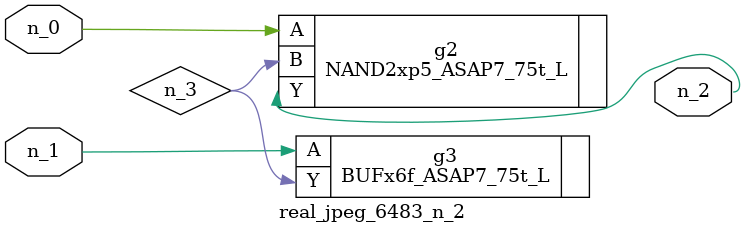
<source format=v>
module real_jpeg_6483_n_2 (n_1, n_0, n_2);

input n_1;
input n_0;

output n_2;

wire n_3;

NAND2xp5_ASAP7_75t_L g2 ( 
.A(n_0),
.B(n_3),
.Y(n_2)
);

BUFx6f_ASAP7_75t_L g3 ( 
.A(n_1),
.Y(n_3)
);


endmodule
</source>
